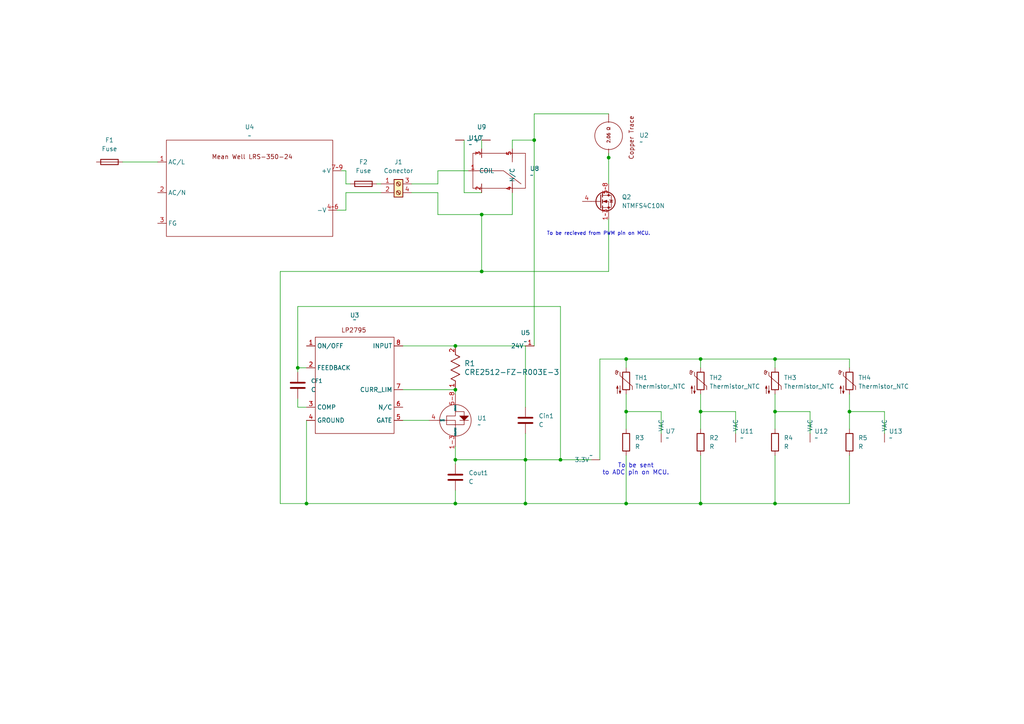
<source format=kicad_sch>
(kicad_sch (version 20231120) (generator "eeschema") (generator_version "8.0")
  (paper "A4")
  (lib_symbols
    (symbol "Device:C" (pin_numbers hide) (pin_names (offset 0.254))
      (property "Reference" "C" (at 0.635 2.54 0))
      (property "Value" "C" (at 0.635 -2.54 0))
      (symbol "C_0_1"
        (polyline (pts (xy -2.032 -0.762) (xy 2.032 -0.762)) (stroke (width 0.508)))
        (polyline (pts (xy -2.032 0.762) (xy 2.032 0.762)) (stroke (width 0.508)))
      )
      (symbol "C_1_1"
        (pin passive line (at 0 3.81 270) (length 2.794) (name "~") (number "1"))
        (pin passive line (at 0 -3.81 90) (length 2.794) (name "~") (number "2"))
      )
    )
    (symbol "Device:Fuse" (pin_numbers hide) (pin_names (offset 0))
      (property "Reference" "F" (at 2.032 0 90))
      (property "Value" "Fuse" (at -1.905 0 90))
      (symbol "Fuse_0_1"
        (rectangle (start -0.762 -2.54) (end 0.762 2.54) (stroke (width 0.254)))
        (polyline (pts (xy 0 2.54) (xy 0 -2.54)))
      )
      (symbol "Fuse_1_1"
        (pin passive line (at 0 3.81 270) (length 1.27) (name "~") (number "1"))
        (pin passive line (at 0 -3.81 90) (length 1.27) (name "~") (number "2"))
      )
    )
    (symbol "Device:R" (pin_numbers hide) (pin_names (offset 0))
      (property "Reference" "R" (at 2.032 0 90))
      (property "Value" "R" (at 0 0 90))
      (symbol "R_0_1"
        (rectangle (start -1.016 -2.54) (end 1.016 2.54) (stroke (width 0.254)))
      )
      (symbol "R_1_1"
        (pin passive line (at 0 3.81 270) (length 1.27) (name "~") (number "1"))
        (pin passive line (at 0 -3.81 90) (length 1.27) (name "~") (number "2"))
      )
    )
    (symbol "Device:Thermistor_NTC" (pin_numbers hide) (pin_names (offset 0))
      (property "Reference" "TH" (at -4.445 0 90))
      (property "Value" "Thermistor_NTC" (at 3.175 0 90))
      (symbol "Thermistor_NTC_0_1"
        (arc (start -3.048 2.159) (mid -3.0495 2.3143) (end -3.175 2.413))
        (arc (start -3.048 2.159) (mid -2.9736 1.9794) (end -2.794 1.905))
        (arc (start -3.048 2.794) (mid -2.9736 2.6144) (end -2.794 2.54))
        (arc (start -2.794 1.905) (mid -2.6144 1.9794) (end -2.54 2.159))
        (arc (start -2.794 2.54) (mid -2.4393 2.5587) (end -2.159 2.794))
        (arc (start -2.794 3.048) (mid -2.9736 2.9736) (end -3.048 2.794))
        (arc (start -2.54 2.794) (mid -2.6144 2.9736) (end -2.794 3.048))
        (rectangle (start -1.016 2.54) (end 1.016 -2.54) (stroke (width 0.254)))
        (polyline (pts (xy -2.54 2.159) (xy -2.54 2.794)))
        (polyline (pts (xy -1.778 2.54) (xy -1.778 1.524) (xy 1.778 -1.524) (xy 1.778 -2.54)))
        (polyline (pts (xy -2.54 -3.683) (xy -2.54 -1.397) (xy -2.794 -2.159) (xy -2.286 -2.159) (xy -2.54 -1.397) (xy -2.54 -1.651)) (fill (type outline)))
        (polyline (pts (xy -1.778 -1.397) (xy -1.778 -3.683) (xy -2.032 -2.921) (xy -1.524 -2.921) (xy -1.778 -3.683) (xy -1.778 -3.429)) (fill (type outline)))
      )
      (symbol "Thermistor_NTC_1_1"
        (pin passive line (at 0 3.81 270) (length 1.27) (name "~") (number "1"))
        (pin passive line (at 0 -3.81 90) (length 1.27) (name "~") (number "2"))
      )
    )
    (symbol "Kapton PCB:24V_INPUT"
      (property "Reference" "U" (at 0 0 0))
      (symbol "24V_INPUT_1_1"
        (pin input line (at 2.54 1.27 180) (length 2.54) (name "24V") (number "1"))
      )
    )
    (symbol "Kapton PCB:3.3V"
      (property "Reference" "U" (at 0 0 0))
      (symbol "3.3V_1_1"
        (pin output line (at 2.54 1.27 180) (length 2.54) (name "3.3V") (number ""))
      )
    )
    (symbol "Kapton PCB:COIL_PIN_1"
      (property "Reference" "U" (at 0 0 0))
      (symbol "COIL_PIN_1_1_1"
        (pin input line (at -1.27 3.81 0) (length 2.54) (name "+") (number ""))
      )
    )
    (symbol "Kapton PCB:COIL_PIN_2"
      (property "Reference" "U" (at 0 0 0))
      (symbol "COIL_PIN_2_1_1"
        (pin output line (at -1.27 2.54 0) (length 2.54) (name "-") (number ""))
      )
    )
    (symbol "Kapton PCB:CRE2512-FZ-R003E-3" (pin_names (offset 0.254))
      (property "Reference" "R" (at 5.715 3.81 0))
      (property "Value" "CRE2512-FZ-R003E-3" (at 6.35 -3.81 0))
      (symbol "CRE2512-FZ-R003E-3_1_1"
        (polyline (pts (xy 2.54 0) (xy 3.175 1.27)) (stroke (width 0.2032)))
        (polyline (pts (xy 3.175 1.27) (xy 4.445 -1.27)) (stroke (width 0.2032)))
        (polyline (pts (xy 4.445 -1.27) (xy 5.715 1.27)) (stroke (width 0.2032)))
        (polyline (pts (xy 5.715 1.27) (xy 6.985 -1.27)) (stroke (width 0.2032)))
        (polyline (pts (xy 6.985 -1.27) (xy 8.255 1.27)) (stroke (width 0.2032)))
        (polyline (pts (xy 8.255 1.27) (xy 9.525 -1.27)) (stroke (width 0.2032)))
        (polyline (pts (xy 9.525 -1.27) (xy 10.16 0)) (stroke (width 0.2032)))
        (pin input line (at 0 0 0) (length 2.54) (name "") (number "1"))
        (pin output line (at 12.7 0 180) (length 2.54) (name "") (number "2"))
      )
      (symbol "CRE2512-FZ-R003E-3_1_2"
        (polyline (pts (xy -1.27 3.175) (xy 1.27 4.445)) (stroke (width 0.2032)))
        (polyline (pts (xy -1.27 5.715) (xy 1.27 6.985)) (stroke (width 0.2032)))
        (polyline (pts (xy -1.27 8.255) (xy 1.27 9.525)) (stroke (width 0.2032)))
        (polyline (pts (xy 0 2.54) (xy -1.27 3.175)) (stroke (width 0.2032)))
        (polyline (pts (xy 1.27 4.445) (xy -1.27 5.715)) (stroke (width 0.2032)))
        (polyline (pts (xy 1.27 6.985) (xy -1.27 8.255)) (stroke (width 0.2032)))
        (polyline (pts (xy 1.27 9.525) (xy 0 10.16)) (stroke (width 0.2032)))
        (pin unspecified line (at 0 12.7 270) (length 2.54) (name "") (number "1"))
        (pin unspecified line (at 0 0 90) (length 2.54) (name "") (number "2"))
      )
    )
    (symbol "Kapton PCB:Conector" (pin_names (offset 1.016) hide)
      (property "Reference" "J" (at 0 2.54 0))
      (property "Value" "Conector" (at 0 -5.08 0))
      (symbol "Conector_1_1"
        (rectangle (start -1.27 1.27) (end 1.27 -3.81) (stroke (width 0.254)) (fill (type background)))
        (circle (center 0 -2.54) (radius 0.635) (stroke (width 0.1524)))
        (polyline (pts (xy -0.5334 -2.2098) (xy 0.3302 -3.048)) (stroke (width 0.1524)))
        (polyline (pts (xy -0.5334 0.3302) (xy 0.3302 -0.508)) (stroke (width 0.1524)))
        (polyline (pts (xy -0.3556 -2.032) (xy 0.508 -2.8702)) (stroke (width 0.1524)))
        (polyline (pts (xy -0.3556 0.508) (xy 0.508 -0.3302)) (stroke (width 0.1524)))
        (circle (center 0 0) (radius 0.635) (stroke (width 0.1524)))
        (pin passive line (at -5.08 0 0) (length 3.81) (name "Pin_1") (number "1"))
        (pin passive line (at -5.08 -2.54 0) (length 3.81) (name "Pin_2") (number "2"))
        (pin output line (at 3.81 0 180) (length 2.54) (name "") (number "3"))
        (pin output line (at 3.81 -2.54 180) (length 2.54) (name "") (number "4"))
      )
    )
    (symbol "Kapton PCB:LP2975"
      (property "Reference" "U3" (at 2.54 25.4 0))
      (property "Value" "~" (at 2.54 24.13 0))
      (symbol "LP2975_0_1"
        (polyline (pts (xy -8.89 -8.89) (xy -8.89 19.05) (xy 13.97 19.05) (xy 13.97 -8.89) (xy -8.89 -8.89) (xy -8.89 5.08)))
      )
      (symbol "LP2975_1_1"
        (text "LP2795\n" (at 2.286 21.082 0) (effects (font (size 1.27 1.27))))
        (pin input line (at -11.43 16.51 0) (length 2.54) (name "ON/OFF") (number "1"))
        (pin input line (at -11.43 10.16 0) (length 2.54) (name "FEEDBACK") (number "2"))
        (pin input line (at -11.43 -1.27 0) (length 2.54) (name "COMP") (number "3"))
        (pin input line (at -11.43 -5.08 0) (length 2.54) (name "GROUND") (number "4"))
        (pin input line (at 16.51 -5.08 180) (length 2.54) (name "GATE") (number "5"))
        (pin passive line (at 16.51 -1.27 180) (length 2.54) (name "N/C") (number "6"))
        (pin input line (at 16.51 3.81 180) (length 2.54) (name "CURR_LIM") (number "7"))
        (pin input line (at 16.51 16.51 180) (length 2.54) (name "INPUT") (number "8"))
      )
    )
    (symbol "Kapton PCB:Mechanical_Switch_Relay"
      (property "Reference" "U8" (at 8.89 8.2551 0))
      (property "Value" "~" (at 8.89 6.35 0))
      (symbol "Mechanical_Switch_Relay_0_1"
        (rectangle (start -7.62 12.7) (end 7.62 2.54))
        (polyline (pts (xy 3.81 3.81) (xy 3.81 5.08)))
        (polyline (pts (xy 3.81 11.43) (xy 3.81 10.16)))
        (polyline (pts (xy -6.35 7.62) (xy 1.27 7.62) (xy 6.35 3.81)))
      )
      (symbol "Mechanical_Switch_Relay_1_1"
        (pin input line (at -8.89 7.62 0) (length 2.54) (name "COIL") (number "1"))
        (pin input line (at -5.08 1.27 90) (length 2.54) (name "") (number "2"))
        (pin input line (at -5.08 13.97 270) (length 2.54) (name "") (number "3"))
        (pin output line (at 3.81 1.27 90) (length 2.54) (name "N/C") (number "4"))
        (pin output line (at 3.81 13.97 270) (length 2.54) (name "") (number "5"))
      )
    )
    (symbol "Kapton PCB:NTMFS4C10N" (pin_names hide)
      (property "Reference" "Q2" (at 6.35 1.2701 0))
      (property "Value" "NTMFS4C10N" (at 6.35 -1.2699 0))
      (symbol "NTMFS4C10N_0_1"
        (polyline (pts (xy 0.254 0) (xy -2.54 0)))
        (polyline (pts (xy 0.254 1.905) (xy 0.254 -1.905)) (stroke (width 0.254)))
        (polyline (pts (xy 0.762 -1.27) (xy 0.762 -2.286)) (stroke (width 0.254)))
        (polyline (pts (xy 0.762 0.508) (xy 0.762 -0.508)) (stroke (width 0.254)))
        (polyline (pts (xy 0.762 2.286) (xy 0.762 1.27)) (stroke (width 0.254)))
        (polyline (pts (xy 2.54 2.54) (xy 2.54 1.778)))
        (polyline (pts (xy 2.54 -2.54) (xy 2.54 0) (xy 0.762 0)))
        (polyline (pts (xy 0.762 -1.778) (xy 3.302 -1.778) (xy 3.302 1.778) (xy 0.762 1.778)))
        (polyline (pts (xy 1.016 0) (xy 2.032 0.381) (xy 2.032 -0.381) (xy 1.016 0)) (fill (type outline)))
        (polyline (pts (xy 2.794 0.508) (xy 2.921 0.381) (xy 3.683 0.381) (xy 3.81 0.254)))
        (polyline (pts (xy 3.302 0.381) (xy 2.921 -0.254) (xy 3.683 -0.254) (xy 3.302 0.381)))
        (circle (center 1.651 0) (radius 2.794) (stroke (width 0.254)))
        (circle (center 2.54 -1.778) (radius 0.254) (fill (type outline)))
        (circle (center 2.54 1.778) (radius 0.254) (fill (type outline)))
      )
      (symbol "NTMFS4C10N_1_1"
        (pin passive line (at 2.54 -5.08 90) (length 2.54) (name "S") (number "1~3"))
        (pin passive line (at 7.62 -6.35 90) (length 2.54) hide (name "S") (number "2"))
        (pin passive line (at 8.89 -6.35 90) (length 2.54) hide (name "S") (number "3"))
        (pin passive line (at -5.08 0 0) (length 2.54) (name "G") (number "4"))
        (pin passive line (at 2.54 5.08 270) (length 2.54) (name "D") (number "5~8"))
      )
    )
    (symbol "Kapton PCB:PFET"
      (property "Reference" "U" (at -4.826 0.508 0))
      (symbol "PFET_0_1"
        (polyline (pts (xy -2.54 11.43) (xy -5.08 11.43)))
        (polyline (pts (xy -2.54 12.7) (xy -2.54 10.16)))
        (polyline (pts (xy 1.27 11.43) (xy 3.81 11.43)))
        (polyline (pts (xy -2.54 11.43) (xy 0 11.43) (xy 0 6.35)))
        (polyline (pts (xy -2.54 12.7) (xy 0 12.7) (xy 0 16.51)))
        (polyline (pts (xy -2.54 10.16) (xy 2.54 10.16) (xy 2.54 13.97) (xy 0 13.97)))
        (polyline (pts (xy 1.27 12.7) (xy 3.81 12.7) (xy 2.54 11.43) (xy 1.27 12.7)) (fill (type color) (color 132 0 0 1)))
        (circle (center 0 11.43) (radius 4.5791))
      )
      (symbol "PFET_1_1"
        (pin output line (at 0 3.81 90) (length 2.54) (name "SOURCE") (number "1-3"))
        (pin input line (at -7.62 11.43 0) (length 2.54) (name "GATE") (number "4"))
        (pin input line (at 0 19.05 270) (length 2.54) (name "DRAIN") (number "5-8"))
      )
    )
    (symbol "Kapton PCB:Resistive_Trace"
      (property "Reference" "U" (at 0 0 0))
      (symbol "Resistive_Trace_0_1"
        (circle (center 0 7.62) (radius 4.0161))
      )
      (symbol "Resistive_Trace_1_1"
        (text "2.06 Ω" (at -0.254 7.62 0) (effects (font (size 0.889 0.889))))
        (text "Copper Trace" (at 0.508 14.224 0) (effects (font (size 1.27 1.27))))
        (pin input line (at -6.35 7.62 0) (length 2.54) (name "") (number ""))
        (pin output line (at 6.35 7.62 180) (length 2.54) (name "") (number ""))
      )
    )
    (symbol "Kapton PCB:Thermisistor_Vout"
      (property "Reference" "U" (at 0 0 0))
      (symbol "Thermisistor_Vout_1_1"
        (pin output line (at 3.81 3.81 180) (length 2.54) (name "VAC") (number ""))
      )
    )
    (symbol "Mean_Well_LRS-350-24_1"
      (property "Reference" "U" (at 3.556 -3.556 0))
      (symbol "Mean_Well_LRS-350-24_1_0_1"
        (rectangle (start -22.86 27.94) (end 25.4 0))
      )
      (symbol "Mean_Well_LRS-350-24_1_1_1"
        (text "Mean Well LRS-350-24\n" (at 2.032 23.114 0) (effects (font (size 1.27 1.27))))
        (pin input line (at -25.4 21.59 0) (length 2.54) (name "AC/L") (number "1"))
        (pin input line (at -25.4 12.7 0) (length 2.54) (name "AC/N") (number "2"))
        (pin input line (at -25.4 3.81 0) (length 2.54) (name "FG") (number "3"))
        (pin output line (at 26.67 7.62 180) (length 2.54) (name "-V") (number "4~6"))
        (pin output line (at 27.94 19.05 180) (length 2.54) (name "+V") (number "7~9"))
      )
    )
  )
  (junction (at 139.7 62.23))
  (junction (at 181.61 104.14))
  (junction (at 152.4 133.35))
  (junction (at 132.08 100.33))
  (junction (at 203.2 146.05))
  (junction (at 224.79 146.05))
  (junction (at 86.36 106.68))
  (junction (at 152.4 146.05))
  (junction (at 88.9 146.05))
  (junction (at 154.94 40.64))
  (junction (at 132.08 133.35))
  (junction (at 203.2 119.38))
  (junction (at 246.38 119.38))
  (junction (at 181.61 146.05))
  (junction (at 132.08 146.05))
  (junction (at 203.2 104.14))
  (junction (at 224.79 104.14))
  (junction (at 224.79 119.38))
  (junction (at 176.53 45.72))
  (junction (at 181.61 119.38))
  (junction (at 162.56 133.35))
  (junction (at 132.08 113.03))
  (junction (at 139.7 78.74))
  (wire (pts (xy 246.38 119.38) (xy 256.54 119.38)))
  (wire (pts (xy 203.2 119.38) (xy 213.36 119.38)))
  (wire (pts (xy 246.38 119.38) (xy 246.38 124.46)))
  (wire (pts (xy 246.38 104.14) (xy 246.38 106.68)))
  (wire (pts (xy 181.61 132.08) (xy 181.61 146.05)))
  (wire (pts (xy 181.61 104.14) (xy 181.61 106.68)))
  (wire (pts (xy 203.2 146.05) (xy 203.2 132.08)))
  (wire (pts (xy 86.36 106.68) (xy 88.9 106.68)))
  (wire (pts (xy 116.84 121.92) (xy 124.46 121.92)))
  (wire (pts (xy 224.79 114.3) (xy 224.79 119.38)))
  (wire (pts (xy 181.61 146.05) (xy 203.2 146.05)))
  (wire (pts (xy 116.84 113.03) (xy 132.08 113.03)))
  (wire (pts (xy 148.59 43.18) (xy 148.59 40.64)))
  (wire (pts (xy 152.4 118.11) (xy 152.4 100.33)))
  (wire (pts (xy 152.4 125.73) (xy 152.4 133.35)))
  (wire (pts (xy 127 62.23) (xy 139.7 62.23)))
  (wire (pts (xy 148.59 40.64) (xy 154.94 40.64)))
  (wire (pts (xy 181.61 104.14) (xy 203.2 104.14)))
  (wire (pts (xy 224.79 104.14) (xy 246.38 104.14)))
  (wire (pts (xy 81.28 78.74) (xy 81.28 146.05)))
  (wire (pts (xy 181.61 119.38) (xy 191.77 119.38)))
  (wire (pts (xy 132.08 133.35) (xy 132.08 134.62)))
  (wire (pts (xy 224.79 146.05) (xy 246.38 146.05)))
  (wire (pts (xy 152.4 146.05) (xy 181.61 146.05)))
  (wire (pts (xy 246.38 132.08) (xy 246.38 146.05)))
  (wire (pts (xy 132.08 129.54) (xy 132.08 133.35)))
  (wire (pts (xy 88.9 121.92) (xy 88.9 146.05)))
  (wire (pts (xy 176.53 78.74) (xy 176.53 63.5)))
  (wire (pts (xy 148.59 55.88) (xy 148.59 62.23)))
  (wire (pts (xy 139.7 78.74) (xy 176.53 78.74)))
  (wire (pts (xy 86.36 106.68) (xy 86.36 107.95)))
  (wire (pts (xy 256.54 119.38) (xy 256.54 125.73)))
  (wire (pts (xy 88.9 146.05) (xy 132.08 146.05)))
  (wire (pts (xy 35.56 46.99) (xy 45.72 46.99)))
  (wire (pts (xy 234.95 119.38) (xy 234.95 125.73)))
  (wire (pts (xy 176.53 44.45) (xy 176.53 45.72)))
  (wire (pts (xy 132.08 133.35) (xy 152.4 133.35)))
  (wire (pts (xy 162.56 88.9) (xy 162.56 133.35)))
  (wire (pts (xy 154.94 40.64) (xy 154.94 100.33)))
  (wire (pts (xy 134.62 40.64) (xy 134.62 55.88)))
  (wire (pts (xy 139.7 40.64) (xy 139.7 43.18)))
  (wire (pts (xy 176.53 45.72) (xy 176.53 53.34)))
  (wire (pts (xy 139.7 55.88) (xy 134.62 55.88)))
  (wire (pts (xy 86.36 118.11) (xy 88.9 118.11)))
  (wire (pts (xy 152.4 133.35) (xy 152.4 146.05)))
  (wire (pts (xy 203.2 146.05) (xy 224.79 146.05)))
  (wire (pts (xy 127 53.34) (xy 127 49.53)))
  (wire (pts (xy 152.4 133.35) (xy 162.56 133.35)))
  (wire (pts (xy 100.33 53.34) (xy 101.6 53.34)))
  (wire (pts (xy 81.28 146.05) (xy 88.9 146.05)))
  (wire (pts (xy 203.2 104.14) (xy 224.79 104.14)))
  (wire (pts (xy 127 55.88) (xy 119.38 55.88)))
  (wire (pts (xy 173.99 104.14) (xy 181.61 104.14)))
  (wire (pts (xy 132.08 142.24) (xy 132.08 146.05)))
  (wire (pts (xy 246.38 114.3) (xy 246.38 119.38)))
  (wire (pts (xy 127 55.88) (xy 127 62.23)))
  (wire (pts (xy 127 49.53) (xy 135.89 49.53)))
  (wire (pts (xy 203.2 114.3) (xy 203.2 119.38)))
  (wire (pts (xy 154.94 33.02) (xy 176.53 33.02)))
  (wire (pts (xy 139.7 78.74) (xy 81.28 78.74)))
  (wire (pts (xy 139.7 62.23) (xy 139.7 78.74)))
  (wire (pts (xy 99.06 49.53) (xy 100.33 49.53)))
  (wire (pts (xy 162.56 133.35) (xy 171.45 133.35)))
  (wire (pts (xy 100.33 60.96) (xy 100.33 55.88)))
  (wire (pts (xy 119.38 53.34) (xy 127 53.34)))
  (wire (pts (xy 86.36 88.9) (xy 162.56 88.9)))
  (wire (pts (xy 86.36 88.9) (xy 86.36 106.68)))
  (wire (pts (xy 100.33 49.53) (xy 100.33 53.34)))
  (wire (pts (xy 132.08 113.03) (xy 132.08 114.3)))
  (wire (pts (xy 203.2 104.14) (xy 203.2 106.68)))
  (wire (pts (xy 97.79 60.96) (xy 100.33 60.96)))
  (wire (pts (xy 132.08 100.33) (xy 152.4 100.33)))
  (wire (pts (xy 173.99 133.35) (xy 173.99 104.14)))
  (wire (pts (xy 191.77 119.38) (xy 191.77 125.73)))
  (wire (pts (xy 213.36 119.38) (xy 213.36 125.73)))
  (wire (pts (xy 224.79 104.14) (xy 224.79 106.68)))
  (wire (pts (xy 224.79 119.38) (xy 234.95 119.38)))
  (wire (pts (xy 109.22 53.34) (xy 110.49 53.34)))
  (wire (pts (xy 132.08 146.05) (xy 152.4 146.05)))
  (wire (pts (xy 224.79 119.38) (xy 224.79 124.46)))
  (wire (pts (xy 86.36 115.57) (xy 86.36 118.11)))
  (wire (pts (xy 181.61 114.3) (xy 181.61 119.38)))
  (wire (pts (xy 116.84 100.33) (xy 132.08 100.33)))
  (wire (pts (xy 154.94 33.02) (xy 154.94 40.64)))
  (wire (pts (xy 148.59 62.23) (xy 139.7 62.23)))
  (wire (pts (xy 203.2 119.38) (xy 203.2 124.46)))
  (wire (pts (xy 224.79 132.08) (xy 224.79 146.05)))
  (wire (pts (xy 100.33 55.88) (xy 110.49 55.88)))
  (wire (pts (xy 181.61 119.38) (xy 181.61 124.46)))
  (text "To be sent\n to ADC pin on MCU. " (at 184.404 136.144 0) (effects (font (size 1.27 1.27))))
  (text "To be recieved from PWM pin on MCU. " (at 173.99 67.818 0) (effects (font (size 1.016 1.016))))
  (symbol (lib_id "Kapton PCB:COIL_PIN_1") (at 140.97 36.83 180) (unit 1)
    (property "Reference" "U9" (at 139.7 36.83 0))
    (property "Value" "~" (at 139.7 39.37 0))
  )
  (symbol (lib_id "Device:R") (at 246.38 128.27 0) (unit 1)
    (property "Reference" "R5" (at 248.92 126.9999 0) (effects (justify left)))
    (property "Value" "R" (at 248.92 129.5399 0) (effects (justify left)))
    (property "Footprint" "footprints:Thermistor Resistors" (effects (hide yes)))
    (property "Description" "Resistor" (effects (hide yes)))
  )
  (symbol (lib_id "Kapton PCB:CRE2512-FZ-R003E-3") (at 132.08 113.03 90) (unit 1)
    (property "Reference" "R1" (at 134.62 105.4099 90) (effects (font (size 1.524 1.524)) (justify right)))
    (property "Value" "CRE2512-FZ-R003E-3" (at 134.62 107.9499 90) (effects (font (size 1.524 1.524)) (justify right)))
    (property "Footprint" "footprints:PFET Resistor" (effects (hide yes)))
  )
  (symbol (lib_id "Device:C") (at 132.08 138.43 0) (unit 1)
    (property "Reference" "Cout1" (at 135.89 137.1599 0) (effects (justify left)))
    (property "Value" "C" (at 135.89 139.6999 0) (effects (justify left)))
    (property "Footprint" "footprints:Cout" (effects (hide yes)))
    (property "Description" "Unpolarized capacitor" (effects (hide yes)))
  )
  (symbol (lib_id "Kapton PCB:Thermisistor_Vout") (at 209.55 124.46 270) (unit 1)
    (property "Reference" "U11" (at 214.63 125.0949 90) (effects (justify left)))
    (property "Value" "~" (at 214.63 127 90) (effects (justify left)))
  )
  (symbol (lib_id "Device:Thermistor_NTC") (at 203.2 110.49 0) (unit 1)
    (property "Reference" "TH2" (at 205.74 109.5374 0) (effects (justify left)))
    (property "Value" "Thermistor_NTC" (at 205.74 112.0774 0) (effects (justify left)))
    (property "Footprint" "footprints:Thermistor" (effects (hide yes)))
    (property "Description" "Temperature dependent resistor, negative temperature coefficient" (effects (hide yes)))
  )
  (symbol (lib_id "Device:Fuse") (at 31.75 46.99 90) (unit 1)
    (property "Reference" "F1" (at 31.75 40.64 90))
    (property "Value" "Fuse" (at 31.75 43.18 90))
    (property "Description" "Fuse" (effects (hide yes)))
  )
  (symbol (lib_id "Kapton PCB:Thermisistor_Vout") (at 231.14 124.46 270) (unit 1)
    (property "Reference" "U12" (at 236.22 125.0949 90) (effects (justify left)))
    (property "Value" "~" (at 236.22 127 90) (effects (justify left)))
  )
  (symbol (lib_id "Device:Thermistor_NTC") (at 181.61 110.49 0) (unit 1)
    (property "Reference" "TH1" (at 184.15 109.5374 0) (effects (justify left)))
    (property "Value" "Thermistor_NTC" (at 184.15 112.0774 0) (effects (justify left)))
    (property "Footprint" "footprints:Thermistor" (effects (hide yes)))
    (property "Description" "Temperature dependent resistor, negative temperature coefficient" (effects (hide yes)))
  )
  (symbol (lib_id "Device:Fuse") (at 105.41 53.34 90) (unit 1)
    (property "Reference" "F2" (at 105.41 46.99 90))
    (property "Value" "Fuse" (at 105.41 49.53 90))
    (property "Description" "Fuse" (effects (hide yes)))
  )
  (symbol (lib_id "Device:R") (at 224.79 128.27 0) (unit 1)
    (property "Reference" "R4" (at 227.33 126.9999 0) (effects (justify left)))
    (property "Value" "R" (at 227.33 129.5399 0) (effects (justify left)))
    (property "Footprint" "footprints:Thermistor Resistors" (effects (hide yes)))
    (property "Description" "Resistor" (effects (hide yes)))
  )
  (symbol (lib_id "Device:C") (at 86.36 111.76 0) (unit 1)
    (property "Reference" "CF1" (at 90.17 110.49 0) (effects (font (size 1.143 1.143)) (justify left)))
    (property "Value" "C" (at 90.17 113.0299 0) (effects (justify left)))
    (property "Footprint" "footprints:Cf" (effects (hide yes)))
    (property "Description" "Unpolarized capacitor" (effects (hide yes)))
  )
  (symbol (lib_id "Kapton PCB:3.3V") (at 171.45 134.62 0) (unit 1)
    (property "Reference" "U6" (effects (hide yes)))
    (property "Value" "~" (at 171.45 132.08 0))
  )
  (symbol (lib_id "Kapton PCB:Mechanical_Switch_Relay") (at 144.78 57.15 0) (unit 1)
    (property "Reference" "U8" (at 153.67 48.8949 0) (effects (justify left)))
    (property "Value" "~" (at 153.67 50.8 0) (effects (justify left)))
    (property "Footprint" "footprints:Relay" (effects (hide yes)))
  )
  (symbol (lib_id "Kapton PCB:NTMFS4C10N") (at 173.99 58.42 0) (unit 1)
    (property "Reference" "Q2" (at 180.34 57.1499 0) (effects (justify left)))
    (property "Value" "NTMFS4C10N" (at 180.34 59.6899 0) (effects (justify left)))
    (property "Footprint" "Package_DFN_QFN:PQFN-8-EP_6x5mm_P1.27mm_Generic" (effects (hide yes)))
  )
  (symbol (lib_id "Kapton PCB:24V_INPUT") (at 152.4 101.6 0) (unit 1)
    (property "Reference" "U5" (at 152.4 96.52 0))
    (property "Value" "~" (at 152.4 99.06 0))
  )
  (symbol (lib_id "Device:Thermistor_NTC") (at 246.38 110.49 0) (unit 1)
    (property "Reference" "TH4" (at 248.92 109.5374 0) (effects (justify left)))
    (property "Value" "Thermistor_NTC" (at 248.92 112.0774 0) (effects (justify left)))
    (property "Footprint" "footprints:Thermistor" (effects (hide yes)))
    (property "Description" "Temperature dependent resistor, negative temperature coefficient" (effects (hide yes)))
  )
  (symbol (lib_id "Device:R") (at 203.2 128.27 0) (unit 1)
    (property "Reference" "R2" (at 205.74 126.9999 0) (effects (justify left)))
    (property "Value" "R" (at 205.74 129.5399 0) (effects (justify left)))
    (property "Footprint" "footprints:Thermistor Resistors" (effects (hide yes)))
    (property "Description" "Resistor" (effects (hide yes)))
  )
  (symbol (lib_id "Kapton PCB:COIL_PIN_2") (at 133.35 43.18 0) (unit 1)
    (property "Reference" "U10" (at 135.89 40.0049 0) (effects (justify left)))
    (property "Value" "~" (at 135.89 41.91 0) (effects (justify left)))
  )
  (symbol (lib_name "Mean_Well_LRS-350-24_1") (lib_id "Kapton PCB:Mean_Well_LRS-350-24") (at 71.12 68.58 0) (unit 1)
    (property "Reference" "U4" (at 72.39 36.83 0))
    (property "Value" "~" (at 72.39 39.37 0))
  )
  (symbol (lib_id "Kapton PCB:Thermisistor_Vout") (at 252.73 124.46 270) (unit 1)
    (property "Reference" "U13" (at 257.81 125.0949 90) (effects (justify left)))
    (property "Value" "~" (at 257.81 127 90) (effects (justify left)))
  )
  (symbol (lib_id "Device:Thermistor_NTC") (at 224.79 110.49 0) (unit 1)
    (property "Reference" "TH3" (at 227.33 109.5374 0) (effects (justify left)))
    (property "Value" "Thermistor_NTC" (at 227.33 112.0774 0) (effects (justify left)))
    (property "Footprint" "footprints:Thermistor" (effects (hide yes)))
    (property "Description" "Temperature dependent resistor, negative temperature coefficient" (effects (hide yes)))
  )
  (symbol (lib_id "Kapton PCB:Resistive_Trace") (at 168.91 39.37 270) (unit 1)
    (property "Reference" "U2" (at 185.42 39.2429 90) (effects (justify left)))
    (property "Value" "~" (at 185.42 41.148 90) (effects (justify left)))
  )
  (symbol (lib_id "Device:R") (at 181.61 128.27 0) (unit 1)
    (property "Reference" "R3" (at 184.15 126.9999 0) (effects (justify left)))
    (property "Value" "R" (at 184.15 129.5399 0) (effects (justify left)))
    (property "Footprint" "footprints:Thermistor Resistors" (effects (hide yes)))
    (property "Description" "Resistor" (effects (hide yes)))
  )
  (symbol (lib_id "Kapton PCB:Conector") (at 115.57 53.34 0) (unit 1)
    (property "Reference" "J1" (at 115.57 46.99 0))
    (property "Value" "Conector" (at 115.57 49.53 0))
    (property "Footprint" "footprints:Connector" (effects (hide yes)))
    (property "Description" "Generic screw terminal, single row, 01x02, script generated (kicad-library-utils/schlib/autogen/connector/)" (effects (hide yes)))
  )
  (symbol (lib_id "Kapton PCB:LP2975") (at 100.33 116.84 0) (unit 1)
    (property "Reference" "U3" (at 102.87 91.44 0))
    (property "Value" "~" (at 102.87 92.71 0))
    (property "Footprint" "footprints:SOIC-8" (effects (hide yes)))
  )
  (symbol (lib_id "Device:C") (at 152.4 121.92 0) (unit 1)
    (property "Reference" "Cin1" (at 156.21 120.6499 0) (effects (justify left)))
    (property "Value" "C" (at 156.21 123.1899 0) (effects (justify left)))
    (property "Footprint" "footprints:Cin" (effects (hide yes)))
    (property "Description" "Unpolarized capacitor" (effects (hide yes)))
  )
  (symbol (lib_id "Kapton PCB:PFET") (at 132.08 133.35 0) (unit 1)
    (property "Reference" "U1" (at 138.43 121.2849 0) (effects (justify left)))
    (property "Value" "~" (at 138.43 123.19 0) (effects (justify left)))
    (property "Footprint" "footprints:PFET" (effects (hide yes)))
  )
  (symbol (lib_id "Kapton PCB:Thermisistor_Vout") (at 187.96 124.46 270) (unit 1)
    (property "Reference" "U7" (at 193.04 125.0949 90) (effects (justify left)))
    (property "Value" "~" (at 193.04 127 90) (effects (justify left)))
  )
)
</source>
